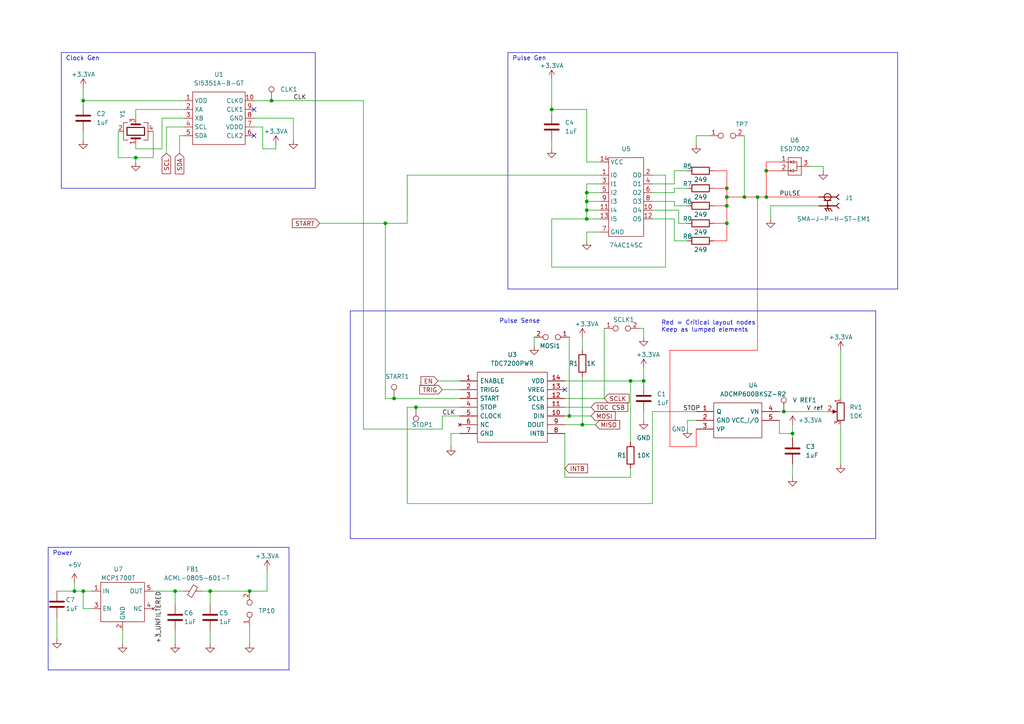
<source format=kicad_sch>
(kicad_sch (version 20230121) (generator eeschema)
  (paper "A4")
  (lib_symbols
    (symbol "Connector:TestPoint" (pin_numbers hide) (pin_names (offset 0.762) hide)
      (property "Reference" "TP" (at 0 6.858 0))
      (property "Value" "TestPoint" (at 0 5.08 0))
      (symbol "TestPoint_0_1"
        (circle (center 0 3.302) (radius 0.762))
      )
      (symbol "TestPoint_1_1"
        (pin passive line (at 0 0 90) (length 2.54) (name "1") (number "1"))
      )
    )
    (symbol "Connector:TestPoint_2Pole" (pin_names (offset 0.762) hide)
      (property "Reference" "TP" (at 0 1.524 0))
      (property "Value" "TestPoint_2Pole" (at 0 -1.778 0))
      (symbol "TestPoint_2Pole_0_1"
        (circle (center -1.778 0) (radius 0.762))
        (circle (center 1.778 0) (radius 0.762))
        (pin passive line (at -5.08 0 0) (length 2.54) (name "1") (number "1"))
        (pin passive line (at 5.08 0 180) (length 2.54) (name "2") (number "2"))
      )
    )
    (symbol "Device:C" (pin_numbers hide) (pin_names (offset 0.254))
      (property "Reference" "C" (at 0.635 2.54 0))
      (property "Value" "C" (at 0.635 -2.54 0))
      (symbol "C_0_1"
        (polyline (pts (xy -2.032 -0.762) (xy 2.032 -0.762)) (stroke (width 0.508)))
        (polyline (pts (xy -2.032 0.762) (xy 2.032 0.762)) (stroke (width 0.508)))
      )
      (symbol "C_1_1"
        (pin passive line (at 0 3.81 270) (length 2.794) (name "~") (number "1"))
        (pin passive line (at 0 -3.81 90) (length 2.794) (name "~") (number "2"))
      )
    )
    (symbol "Device:Crystal_GND24" (pin_names (offset 1.016) hide)
      (property "Reference" "Y" (at 3.175 5.08 0))
      (property "Value" "Crystal_GND24" (at 3.175 3.175 0))
      (symbol "Crystal_GND24_0_1"
        (rectangle (start -1.143 2.54) (end 1.143 -2.54) (stroke (width 0.3048)))
        (polyline (pts (xy -2.54 0) (xy -2.032 0)))
        (polyline (pts (xy -2.032 -1.27) (xy -2.032 1.27)) (stroke (width 0.508)))
        (polyline (pts (xy 0 -3.81) (xy 0 -3.556)))
        (polyline (pts (xy 0 3.556) (xy 0 3.81)))
        (polyline (pts (xy 2.032 -1.27) (xy 2.032 1.27)) (stroke (width 0.508)))
        (polyline (pts (xy 2.032 0) (xy 2.54 0)))
        (polyline (pts (xy -2.54 -2.286) (xy -2.54 -3.556) (xy 2.54 -3.556) (xy 2.54 -2.286)))
        (polyline (pts (xy -2.54 2.286) (xy -2.54 3.556) (xy 2.54 3.556) (xy 2.54 2.286)))
      )
      (symbol "Crystal_GND24_1_1"
        (pin passive line (at -3.81 0 0) (length 1.27) (name "1") (number "1"))
        (pin passive line (at 0 5.08 270) (length 1.27) (name "2") (number "2"))
        (pin passive line (at 3.81 0 180) (length 1.27) (name "3") (number "3"))
        (pin passive line (at 0 -5.08 90) (length 1.27) (name "4") (number "4"))
      )
    )
    (symbol "Device:FerriteBead_Small" (pin_numbers hide) (pin_names (offset 0))
      (property "Reference" "FB" (at 1.905 1.27 0))
      (property "Value" "FerriteBead_Small" (at 1.905 -1.27 0))
      (symbol "FerriteBead_Small_0_1"
        (polyline (pts (xy 0 -1.27) (xy 0 -0.7874)))
        (polyline (pts (xy 0 0.889) (xy 0 1.2954)))
        (polyline (pts (xy -1.8288 0.2794) (xy -1.1176 1.4986) (xy 1.8288 -0.2032) (xy 1.1176 -1.4224) (xy -1.8288 0.2794)))
      )
      (symbol "FerriteBead_Small_1_1"
        (pin passive line (at 0 2.54 270) (length 1.27) (name "~") (number "1"))
        (pin passive line (at 0 -2.54 90) (length 1.27) (name "~") (number "2"))
      )
    )
    (symbol "Device:R" (pin_numbers hide) (pin_names (offset 0))
      (property "Reference" "R" (at 2.032 0 90))
      (property "Value" "R" (at 0 0 90))
      (symbol "R_0_1"
        (rectangle (start -1.016 -2.54) (end 1.016 2.54) (stroke (width 0.254)))
      )
      (symbol "R_1_1"
        (pin passive line (at 0 3.81 270) (length 1.27) (name "~") (number "1"))
        (pin passive line (at 0 -3.81 90) (length 1.27) (name "~") (number "2"))
      )
    )
    (symbol "Device:R_Potentiometer" (pin_names (offset 1.016) hide)
      (property "Reference" "RV" (at -4.445 0 90))
      (property "Value" "R_Potentiometer" (at -2.54 0 90))
      (symbol "R_Potentiometer_0_1"
        (polyline (pts (xy 2.54 0) (xy 1.524 0)))
        (polyline (pts (xy 1.143 0) (xy 2.286 0.508) (xy 2.286 -0.508) (xy 1.143 0)) (fill (type outline)))
        (rectangle (start 1.016 2.54) (end -1.016 -2.54) (stroke (width 0.254)))
      )
      (symbol "R_Potentiometer_1_1"
        (pin passive line (at 0 3.81 270) (length 1.27) (name "1") (number "1"))
        (pin passive line (at 3.81 0 180) (length 1.27) (name "2") (number "2"))
        (pin passive line (at 0 -3.81 90) (length 1.27) (name "3") (number "3"))
      )
    )
    (symbol "MySymbols:74AC14SC"
      (property "Reference" "U" (at 0 11.43 0))
      (property "Value" "74AC14SC" (at 0 -13.97 0))
      (symbol "74AC14SC_0_1"
        (rectangle (start -5.08 10.16) (end 5.08 -12.7))
      )
      (symbol "74AC14SC_1_1"
        (pin input line (at -7.62 5.08 0) (length 2.54) (name "I0") (number "1"))
        (pin output line (at 7.62 -5.08 180) (length 2.54) (name "O4") (number "10"))
        (pin input line (at -7.62 -5.08 0) (length 2.54) (name "I4") (number "11"))
        (pin output line (at 7.62 -7.62 180) (length 2.54) (name "O5") (number "12"))
        (pin input line (at -7.62 -7.62 0) (length 2.54) (name "I5") (number "13"))
        (pin power_in line (at -7.62 8.89 0) (length 2.54) (name "VCC") (number "14"))
        (pin output line (at 7.62 5.08 180) (length 2.54) (name "O0") (number "2"))
        (pin input line (at -7.62 2.54 0) (length 2.54) (name "I1") (number "3"))
        (pin output line (at 7.62 2.54 180) (length 2.54) (name "O1") (number "4"))
        (pin input line (at -7.62 0 0) (length 2.54) (name "I2") (number "5"))
        (pin output line (at 7.62 0 180) (length 2.54) (name "O2") (number "6"))
        (pin power_in line (at -7.62 -11.43 0) (length 2.54) (name "GND") (number "7"))
        (pin output line (at 7.62 -2.54 180) (length 2.54) (name "O3") (number "8"))
        (pin input line (at -7.62 -2.54 0) (length 2.54) (name "I3") (number "9"))
      )
    )
    (symbol "MySymbols:ADCMP600BKSZ-R2" (pin_names (offset 0.762))
      (property "Reference" "IC" (at 22.86 7.62 0))
      (property "Value" "ADCMP600BKSZ-R2" (at 29.21 5.08 0))
      (symbol "ADCMP600BKSZ-R2_0_0"
        (pin passive line (at 0 0 0) (length 5.08) (name "Q") (number "1"))
        (pin passive line (at 0 -2.54 0) (length 5.08) (name "GND") (number "2"))
        (pin passive line (at 0 -5.08 0) (length 5.08) (name "VP") (number "3"))
        (pin passive line (at 24.13 0 180) (length 5.08) (name "VN") (number "4"))
        (pin passive line (at 24.13 -2.54 180) (length 5.08) (name "VCC_I/O") (number "5"))
      )
      (symbol "ADCMP600BKSZ-R2_0_1"
        (polyline (pts (xy 5.08 2.54) (xy 19.05 2.54) (xy 19.05 -7.62) (xy 5.08 -7.62) (xy 5.08 2.54)) (stroke (width 0.1524)))
      )
    )
    (symbol "MySymbols:ESD7002"
      (property "Reference" "U" (at 1.8146 0.9549 0))
      (property "Value" "ESD7002" (at 2.54 -6.35 0))
      (symbol "ESD7002_0_1"
        (polyline (pts (xy 0 -3.81) (xy 0.6155 -3.8101)))
        (polyline (pts (xy 0.0892 -1.2838) (xy 0.7047 -1.2839)))
        (polyline (pts (xy 0.6155 -3.8101) (xy 0.6155 -4.1869)))
        (polyline (pts (xy 0.7047 -1.2839) (xy 0.7047 -1.6607)))
        (polyline (pts (xy 2.54 -3.81) (xy 1.6244 -3.81)))
        (polyline (pts (xy 2.54 -2.54) (xy 2.54 -3.81)))
        (polyline (pts (xy 0.6155 -3.8101) (xy 1.6049 -3.4374) (xy 1.6067 -4.1871) (xy 0.6155 -3.8101) (xy 0.6168 -3.3411)))
        (polyline (pts (xy 0.7047 -1.2839) (xy 1.6941 -0.9112) (xy 1.6959 -1.6609) (xy 0.7047 -1.2839) (xy 0.706 -0.8149)))
        (polyline (pts (xy 3.81 -2.54) (xy 2.54 -2.54) (xy 2.54 -1.27) (xy 1.6998 -1.2699) (xy 1.7221 -1.2672)))
        (rectangle (start 0 0) (end 3.81 -5.08))
      )
      (symbol "ESD7002_1_1"
        (pin passive line (at -2.54 -1.27 0) (length 2.54) (name "") (number "1"))
        (pin passive line (at -2.54 -3.81 0) (length 2.54) (name "") (number "2"))
        (pin passive line (at 6.35 -2.54 180) (length 2.54) (name "") (number "3"))
      )
    )
    (symbol "MySymbols:NCV8163ASN330T1G"
      (property "Reference" "U" (at 6.35 1.27 0))
      (property "Value" "NCV8163ASN330T1G" (at 6.35 -16.51 0))
      (symbol "NCV8163ASN330T1G_0_1"
        (rectangle (start 0 0) (end 12.7 -11.43))
      )
      (symbol "NCV8163ASN330T1G_1_1"
        (pin power_in line (at -2.54 -2.54 0) (length 2.54) (name "IN") (number "1"))
        (pin passive line (at 6.35 -13.97 90) (length 2.54) (name "GND") (number "2"))
        (pin input line (at -2.54 -7.62 0) (length 2.54) (name "EN") (number "3"))
        (pin no_connect line (at 15.24 -7.62 180) (length 2.54) (name "NC") (number "4"))
        (pin power_out line (at 15.24 -2.54 180) (length 2.54) (name "OUT") (number "5"))
      )
    )
    (symbol "MySymbols:SI5351A-B-GT"
      (property "Reference" "U" (at 0 0 0))
      (property "Value" "SI5351A-B-GT" (at 0 -20.32 0))
      (symbol "SI5351A-B-GT_0_1"
        (rectangle (start -7.62 -2.54) (end 7.62 -17.78))
      )
      (symbol "SI5351A-B-GT_1_1"
        (pin power_in line (at -10.16 -5.08 0) (length 2.54) (name "VDD") (number "1"))
        (pin output line (at 10.16 -5.08 180) (length 2.54) (name "CLK0") (number "10"))
        (pin input line (at -10.16 -7.62 0) (length 2.54) (name "XA") (number "2"))
        (pin input line (at -10.16 -10.16 0) (length 2.54) (name "XB") (number "3"))
        (pin input line (at -10.16 -12.7 0) (length 2.54) (name "SCL") (number "4"))
        (pin bidirectional line (at -10.16 -15.24 0) (length 2.54) (name "SDA") (number "5"))
        (pin output line (at 10.16 -15.24 180) (length 2.54) (name "CLK2") (number "6"))
        (pin power_out line (at 10.16 -12.7 180) (length 2.54) (name "VDDO") (number "7"))
        (pin passive line (at 10.16 -10.16 180) (length 2.54) (name "GND") (number "8"))
        (pin output line (at 10.16 -7.62 180) (length 2.54) (name "CLK1") (number "9"))
      )
    )
    (symbol "MySymbols:SMA-J-P-H-ST-EM1" (pin_numbers hide) (pin_names (offset 1.016) hide)
      (property "Reference" "J" (at -3.81 4.064 0))
      (property "Value" "SMA-J-P-H-ST-EM1" (at -4.064 -4.318 0))
      (symbol "SMA-J-P-H-ST-EM1_0_0"
        (polyline (pts (xy -3.302 -0.762) (xy -2.54 0)) (stroke (width 0.254)))
        (polyline (pts (xy -3.302 0.762) (xy -2.54 0)) (stroke (width 0.254)))
        (polyline (pts (xy -3.302 1.778) (xy -2.54 2.54)) (stroke (width 0.254)))
        (polyline (pts (xy -3.302 3.302) (xy -2.54 2.54)) (stroke (width 0.254)))
        (polyline (pts (xy -2.54 0) (xy 0 0)) (stroke (width 0.254)))
        (polyline (pts (xy -2.54 2.54) (xy 2.54 2.54)) (stroke (width 0.254)))
        (polyline (pts (xy -1.016 1.524) (xy 0 1.524)) (stroke (width 0.254)))
        (polyline (pts (xy -0.762 -0.762) (xy -1.27 -1.524)) (stroke (width 0.254)))
        (polyline (pts (xy 0 -0.762) (xy -0.762 -0.762)) (stroke (width 0.254)))
        (polyline (pts (xy 0 -0.762) (xy -0.508 -1.524)) (stroke (width 0.254)))
        (polyline (pts (xy 0 -0.762) (xy 0.762 -0.762)) (stroke (width 0.254)))
        (polyline (pts (xy 0 0) (xy -2.286 0)) (stroke (width 0.254)))
        (polyline (pts (xy 0 0) (xy 0 -0.762)) (stroke (width 0.254)))
        (polyline (pts (xy 0 1.524) (xy 0 0)) (stroke (width 0.254)))
        (polyline (pts (xy 0 1.524) (xy 1.016 1.524)) (stroke (width 0.254)))
        (polyline (pts (xy 0.762 -0.762) (xy 0.254 -1.524)) (stroke (width 0.254)))
        (polyline (pts (xy 2.54 0) (xy 0 0)) (stroke (width 0.254)))
        (circle (center 0 0) (radius 0.254) (stroke (width 0.254)))
        (circle (center 0 2.54) (radius 1.016) (stroke (width 0.254)))
        (pin passive line (at 2.54 2.54 180) (length 5.08) (name "~") (number "1"))
        (pin passive line (at 2.54 0 180) (length 5.08) (name "~") (number "2_1"))
        (pin passive line (at 2.54 0 180) (length 5.08) (name "~") (number "2_2"))
        (pin passive line (at 2.54 0 180) (length 5.08) (name "~") (number "3_1"))
        (pin passive line (at 2.54 0 180) (length 5.08) (name "~") (number "3_2"))
      )
    )
    (symbol "MySymbols:TDC7200PWR" (pin_names (offset 0.762))
      (property "Reference" "U" (at 26.67 7.62 0))
      (property "Value" "TDC7200PWR" (at 26.67 5.08 0))
      (symbol "TDC7200PWR_0_0"
        (pin passive line (at 0 0 0) (length 5.08) (name "ENABLE") (number "1"))
        (pin passive line (at 30.48 -10.16 180) (length 5.08) (name "DIN") (number "10"))
        (pin passive line (at 30.48 -7.62 180) (length 5.08) (name "CSB") (number "11"))
        (pin passive line (at 30.48 -5.08 180) (length 5.08) (name "SCLK") (number "12"))
        (pin passive line (at 30.48 -2.54 180) (length 5.08) (name "VREG") (number "13"))
        (pin passive line (at 30.48 0 180) (length 5.08) (name "VDD") (number "14"))
        (pin passive line (at 0 -2.54 0) (length 5.08) (name "TRIGG") (number "2"))
        (pin passive line (at 0 -5.08 0) (length 5.08) (name "START") (number "3"))
        (pin passive line (at 0 -7.62 0) (length 5.08) (name "STOP") (number "4"))
        (pin passive line (at 0 -10.16 0) (length 5.08) (name "CLOCK") (number "5"))
        (pin no_connect line (at 0 -12.7 0) (length 5.08) (name "NC") (number "6"))
        (pin passive line (at 0 -15.24 0) (length 5.08) (name "GND") (number "7"))
        (pin passive line (at 30.48 -15.24 180) (length 5.08) (name "INTB") (number "8"))
        (pin passive line (at 30.48 -12.7 180) (length 5.08) (name "DOUT") (number "9"))
      )
      (symbol "TDC7200PWR_0_1"
        (polyline (pts (xy 5.08 2.54) (xy 25.4 2.54) (xy 25.4 -17.78) (xy 5.08 -17.78) (xy 5.08 2.54)) (stroke (width 0.1524)))
      )
    )
    (symbol "power:+3.3VA" (power) (pin_names (offset 0))
      (property "Value" "+3.3VA" (at 0 3.556 0))
      (symbol "+3.3VA_0_1"
        (polyline (pts (xy -0.762 1.27) (xy 0 2.54)))
        (polyline (pts (xy 0 0) (xy 0 2.54)))
        (polyline (pts (xy 0 2.54) (xy 0.762 1.27)))
      )
      (symbol "+3.3VA_1_1"
        (pin power_in line (at 0 0 90) (length 0) hide (name "+3.3VA") (number "1"))
      )
    )
    (symbol "power:+5V" (power) (pin_names (offset 0))
      (property "Value" "+5V" (at 0 3.556 0))
      (symbol "+5V_0_1"
        (polyline (pts (xy -0.762 1.27) (xy 0 2.54)))
        (polyline (pts (xy 0 0) (xy 0 2.54)))
        (polyline (pts (xy 0 2.54) (xy 0.762 1.27)))
      )
      (symbol "+5V_1_1"
        (pin power_in line (at 0 0 90) (length 0) hide (name "+5V") (number "1"))
      )
    )
    (symbol "power:GND" (power) (pin_names (offset 0))
      (property "Value" "GND" (at 0 -3.81 0))
      (symbol "GND_0_1"
        (polyline (pts (xy 0 0) (xy 0 -1.27) (xy 1.27 -1.27) (xy 0 -2.54) (xy -1.27 -1.27) (xy 0 -1.27)))
      )
      (symbol "GND_1_1"
        (pin power_in line (at 0 0 270) (length 0) hide (name "GND") (number "1"))
      )
    )
  )
  (junction (at 186.69 110.49))
  (junction (at 210.82 64.77))
  (junction (at 182.88 110.49))
  (junction (at 168.91 123.19))
  (junction (at 215.9 57.15))
  (junction (at 229.87 125.73))
  (junction (at 120.65 118.11))
  (junction (at 170.18 63.5))
  (junction (at 227.33 119.38))
  (junction (at 222.25 49.53))
  (junction (at 24.13 171.45))
  (junction (at 210.82 59.69))
  (junction (at 39.37 45.72))
  (junction (at 114.3 115.57))
  (junction (at 222.25 57.15))
  (junction (at 210.82 57.15))
  (junction (at 170.18 58.42))
  (junction (at 170.18 60.96))
  (junction (at 78.74 29.21))
  (junction (at 210.82 54.61))
  (junction (at 60.96 171.45))
  (junction (at 72.39 171.45))
  (junction (at 50.8 171.45))
  (junction (at 170.18 55.88))
  (junction (at 21.59 171.45))
  (junction (at 219.71 57.15))
  (junction (at 160.02 31.75))
  (junction (at 165.1 120.65))
  (junction (at 111.76 64.77))
  (junction (at 24.13 29.21))
  (no_connect (at 73.66 39.37))
  (no_connect (at 163.83 113.03))
  (no_connect (at 73.66 31.75))
  (wire (pts (xy 222.25 57.15) (xy 237.49 57.15)) (stroke (width 0) (color 255 0 0 1)))
  (wire (pts (xy 80.01 43.18) (xy 80.01 41.91)))
  (wire (pts (xy 39.37 43.18) (xy 46.99 43.18)))
  (wire (pts (xy 195.58 53.34) (xy 195.58 49.53)))
  (wire (pts (xy 199.39 121.92) (xy 199.39 124.46)))
  (wire (pts (xy 227.33 119.38) (xy 240.03 119.38)))
  (wire (pts (xy 170.18 58.42) (xy 173.99 58.42)))
  (wire (pts (xy 196.85 60.96) (xy 196.85 64.77)))
  (wire (pts (xy 24.13 29.21) (xy 53.34 29.21)))
  (wire (pts (xy 168.91 97.79) (xy 168.91 101.6)))
  (wire (pts (xy 154.94 97.79) (xy 154.94 100.33)))
  (wire (pts (xy 182.88 110.49) (xy 182.88 128.27)))
  (wire (pts (xy 44.45 171.45) (xy 50.8 171.45)))
  (wire (pts (xy 243.84 123.19) (xy 243.84 134.62)))
  (wire (pts (xy 170.18 58.42) (xy 170.18 55.88)))
  (wire (pts (xy 160.02 77.47) (xy 160.02 63.5)))
  (wire (pts (xy 118.11 118.11) (xy 120.65 118.11)))
  (wire (pts (xy 223.52 59.69) (xy 237.49 59.69)))
  (wire (pts (xy 60.96 171.45) (xy 72.39 171.45)))
  (wire (pts (xy 173.99 46.99) (xy 170.18 46.99)))
  (wire (pts (xy 39.37 31.75) (xy 39.37 34.29)))
  (wire (pts (xy 165.1 97.79) (xy 165.1 120.65)))
  (wire (pts (xy 210.82 69.85) (xy 210.82 64.77)) (stroke (width 0) (color 255 0 0 1)))
  (wire (pts (xy 39.37 41.91) (xy 39.37 43.18)))
  (wire (pts (xy 163.83 110.49) (xy 182.88 110.49)))
  (polyline (pts (xy 17.78 15.24) (xy 17.78 54.61)))
  (wire (pts (xy 53.34 31.75) (xy 39.37 31.75)))
  (wire (pts (xy 163.83 120.65) (xy 165.1 120.65)))
  (wire (pts (xy 210.82 57.15) (xy 215.9 57.15)) (stroke (width 0) (color 255 0 0 1)))
  (wire (pts (xy 73.66 34.29) (xy 85.09 34.29)))
  (wire (pts (xy 196.85 64.77) (xy 199.39 64.77)))
  (wire (pts (xy 193.04 50.8) (xy 193.04 77.47)))
  (polyline (pts (xy 91.44 54.61) (xy 91.44 15.24)))
  (wire (pts (xy 72.39 171.45) (xy 77.47 171.45)))
  (wire (pts (xy 85.09 34.29) (xy 85.09 40.64)))
  (wire (pts (xy 46.99 34.29) (xy 46.99 43.18)))
  (wire (pts (xy 163.83 123.19) (xy 168.91 123.19)))
  (wire (pts (xy 207.01 54.61) (xy 210.82 54.61)) (stroke (width 0) (color 255 0 0 1)))
  (wire (pts (xy 226.06 46.99) (xy 222.25 46.99)) (stroke (width 0) (color 255 0 0 1)))
  (wire (pts (xy 163.83 115.57) (xy 175.26 115.57)))
  (wire (pts (xy 207.01 59.69) (xy 210.82 59.69)) (stroke (width 0) (color 255 0 0 1)))
  (wire (pts (xy 189.23 55.88) (xy 195.58 55.88)))
  (wire (pts (xy 53.34 36.83) (xy 48.26 36.83)))
  (wire (pts (xy 168.91 123.19) (xy 172.72 123.19)))
  (wire (pts (xy 58.42 171.45) (xy 60.96 171.45)))
  (wire (pts (xy 186.69 95.25) (xy 186.69 97.79)))
  (polyline (pts (xy 101.6 90.17) (xy 101.6 156.21)))
  (wire (pts (xy 189.23 63.5) (xy 195.58 63.5)))
  (wire (pts (xy 189.23 60.96) (xy 196.85 60.96)))
  (wire (pts (xy 163.83 125.73) (xy 163.83 138.43)))
  (wire (pts (xy 229.87 134.62) (xy 229.87 138.43)))
  (wire (pts (xy 229.87 123.19) (xy 229.87 125.73)))
  (wire (pts (xy 226.06 119.38) (xy 227.33 119.38)))
  (wire (pts (xy 160.02 63.5) (xy 170.18 63.5)))
  (wire (pts (xy 44.45 38.1) (xy 44.45 45.72)))
  (polyline (pts (xy 254 156.21) (xy 101.6 156.21)))
  (wire (pts (xy 34.29 38.1) (xy 34.29 45.72)))
  (wire (pts (xy 53.34 34.29) (xy 46.99 34.29)))
  (wire (pts (xy 201.93 39.37) (xy 205.74 39.37)))
  (wire (pts (xy 160.02 31.75) (xy 170.18 31.75)))
  (wire (pts (xy 195.58 69.85) (xy 199.39 69.85)))
  (polyline (pts (xy 83.82 158.75) (xy 83.82 194.31)))
  (wire (pts (xy 50.8 182.88) (xy 50.8 186.69)))
  (wire (pts (xy 160.02 40.64) (xy 160.02 43.18)))
  (wire (pts (xy 199.39 121.92) (xy 201.93 121.92)))
  (wire (pts (xy 226.06 125.73) (xy 229.87 125.73)))
  (wire (pts (xy 222.25 49.53) (xy 222.25 57.15)) (stroke (width 0) (color 255 0 0 1)))
  (polyline (pts (xy 147.32 83.82) (xy 260.35 83.82)))
  (wire (pts (xy 201.93 129.54) (xy 201.93 124.46)) (stroke (width 0) (color 255 0 0 1)))
  (wire (pts (xy 170.18 60.96) (xy 173.99 60.96)))
  (wire (pts (xy 207.01 69.85) (xy 210.82 69.85)) (stroke (width 0) (color 255 0 0 1)))
  (wire (pts (xy 170.18 55.88) (xy 173.99 55.88)))
  (wire (pts (xy 160.02 22.86) (xy 160.02 31.75)))
  (wire (pts (xy 207.01 64.77) (xy 210.82 64.77)) (stroke (width 0) (color 255 0 0 1)))
  (wire (pts (xy 77.47 165.1) (xy 77.47 171.45)))
  (wire (pts (xy 170.18 55.88) (xy 170.18 53.34)))
  (wire (pts (xy 195.58 59.69) (xy 199.39 59.69)))
  (wire (pts (xy 114.3 115.57) (xy 133.35 115.57)))
  (polyline (pts (xy 147.32 15.24) (xy 147.32 83.82)))
  (wire (pts (xy 226.06 49.53) (xy 222.25 49.53)) (stroke (width 0) (color 255 0 0 1)))
  (wire (pts (xy 48.26 36.83) (xy 48.26 44.45)))
  (wire (pts (xy 60.96 182.88) (xy 60.96 186.69)))
  (wire (pts (xy 127 110.49) (xy 133.35 110.49)))
  (polyline (pts (xy 17.78 54.61) (xy 91.44 54.61)))
  (wire (pts (xy 118.11 64.77) (xy 118.11 50.8)))
  (wire (pts (xy 186.69 95.25) (xy 185.42 95.25)))
  (wire (pts (xy 133.35 125.73) (xy 130.81 125.73)))
  (wire (pts (xy 210.82 59.69) (xy 210.82 64.77)) (stroke (width 0) (color 255 0 0 1)))
  (wire (pts (xy 128.27 113.03) (xy 133.35 113.03)))
  (wire (pts (xy 73.66 29.21) (xy 78.74 29.21)))
  (wire (pts (xy 118.11 146.05) (xy 118.11 118.11)))
  (wire (pts (xy 182.88 138.43) (xy 163.83 138.43)))
  (wire (pts (xy 194.31 101.6) (xy 194.31 129.54)) (stroke (width 0) (color 255 0 0 1)))
  (wire (pts (xy 195.58 49.53) (xy 199.39 49.53)))
  (wire (pts (xy 195.58 55.88) (xy 195.58 54.61)))
  (wire (pts (xy 34.29 45.72) (xy 39.37 45.72)))
  (wire (pts (xy 173.99 63.5) (xy 170.18 63.5)))
  (wire (pts (xy 182.88 110.49) (xy 186.69 110.49)))
  (wire (pts (xy 194.31 101.6) (xy 219.71 101.6)) (stroke (width 0) (color 255 0 0 1)))
  (wire (pts (xy 76.2 36.83) (xy 76.2 43.18)))
  (wire (pts (xy 170.18 46.99) (xy 170.18 31.75)))
  (wire (pts (xy 207.01 49.53) (xy 210.82 49.53)) (stroke (width 0) (color 255 0 0 1)))
  (wire (pts (xy 189.23 50.8) (xy 193.04 50.8)))
  (wire (pts (xy 219.71 57.15) (xy 222.25 57.15)) (stroke (width 0) (color 255 0 0 1)))
  (wire (pts (xy 111.76 64.77) (xy 111.76 115.57)))
  (wire (pts (xy 226.06 121.92) (xy 226.06 125.73)))
  (wire (pts (xy 52.07 39.37) (xy 52.07 44.45)))
  (wire (pts (xy 238.76 48.26) (xy 238.76 49.53)))
  (wire (pts (xy 189.23 58.42) (xy 195.58 58.42)))
  (wire (pts (xy 201.93 41.91) (xy 201.93 39.37)))
  (wire (pts (xy 163.83 118.11) (xy 171.45 118.11)))
  (wire (pts (xy 170.18 69.85) (xy 170.18 67.31)))
  (wire (pts (xy 170.18 60.96) (xy 170.18 58.42)))
  (wire (pts (xy 170.18 63.5) (xy 170.18 60.96)))
  (wire (pts (xy 186.69 110.49) (xy 186.69 111.76)))
  (wire (pts (xy 229.87 125.73) (xy 229.87 127)))
  (wire (pts (xy 16.51 179.07) (xy 16.51 185.42)))
  (wire (pts (xy 24.13 38.1) (xy 24.13 40.64)))
  (wire (pts (xy 189.23 119.38) (xy 201.93 119.38)))
  (wire (pts (xy 44.45 45.72) (xy 39.37 45.72)))
  (wire (pts (xy 186.69 106.68) (xy 186.69 110.49)))
  (wire (pts (xy 168.91 109.22) (xy 168.91 123.19)))
  (wire (pts (xy 24.13 29.21) (xy 24.13 30.48)))
  (wire (pts (xy 222.25 46.99) (xy 222.25 49.53)) (stroke (width 0) (color 255 0 0 1)))
  (polyline (pts (xy 260.35 83.82) (xy 260.35 15.24)))
  (polyline (pts (xy 101.6 90.17) (xy 254 90.17)))
  (wire (pts (xy 35.56 182.88) (xy 35.56 186.69)))
  (wire (pts (xy 175.26 95.25) (xy 175.26 115.57)))
  (wire (pts (xy 223.52 59.69) (xy 223.52 63.5)))
  (wire (pts (xy 53.34 39.37) (xy 52.07 39.37)))
  (wire (pts (xy 210.82 57.15) (xy 210.82 59.69)) (stroke (width 0) (color 255 0 0 1)))
  (wire (pts (xy 215.9 57.15) (xy 219.71 57.15)) (stroke (width 0) (color 255 0 0 1)))
  (wire (pts (xy 21.59 168.91) (xy 21.59 171.45)))
  (wire (pts (xy 92.71 64.77) (xy 111.76 64.77)))
  (wire (pts (xy 195.58 63.5) (xy 195.58 69.85)))
  (polyline (pts (xy 83.82 194.31) (xy 13.97 194.31)))
  (wire (pts (xy 26.67 176.53) (xy 24.13 176.53)))
  (wire (pts (xy 160.02 31.75) (xy 160.02 33.02)))
  (wire (pts (xy 39.37 45.72) (xy 39.37 46.99)))
  (wire (pts (xy 189.23 53.34) (xy 195.58 53.34)))
  (wire (pts (xy 111.76 115.57) (xy 114.3 115.57)))
  (wire (pts (xy 130.81 125.73) (xy 130.81 129.54)))
  (wire (pts (xy 21.59 171.45) (xy 24.13 171.45)))
  (wire (pts (xy 105.41 124.46) (xy 128.27 124.46)))
  (wire (pts (xy 111.76 64.77) (xy 118.11 64.77)))
  (wire (pts (xy 24.13 176.53) (xy 24.13 171.45)))
  (wire (pts (xy 219.71 101.6) (xy 219.71 57.15)) (stroke (width 0) (color 255 0 0 1)))
  (wire (pts (xy 215.9 39.37) (xy 215.9 57.15)))
  (wire (pts (xy 189.23 119.38) (xy 189.23 146.05)))
  (polyline (pts (xy 17.78 15.24) (xy 91.44 15.24)))
  (wire (pts (xy 105.41 29.21) (xy 105.41 124.46)))
  (wire (pts (xy 24.13 25.4) (xy 24.13 29.21)))
  (wire (pts (xy 210.82 54.61) (xy 210.82 57.15)) (stroke (width 0) (color 255 0 0 1)))
  (wire (pts (xy 195.58 58.42) (xy 195.58 59.69)))
  (wire (pts (xy 170.18 53.34) (xy 173.99 53.34)))
  (polyline (pts (xy 13.97 158.75) (xy 13.97 194.31)))
  (wire (pts (xy 189.23 146.05) (xy 118.11 146.05)))
  (wire (pts (xy 195.58 54.61) (xy 199.39 54.61)))
  (wire (pts (xy 50.8 171.45) (xy 50.8 175.26)))
  (wire (pts (xy 170.18 67.31) (xy 173.99 67.31)))
  (wire (pts (xy 118.11 50.8) (xy 173.99 50.8)))
  (wire (pts (xy 128.27 124.46) (xy 128.27 120.65)))
  (wire (pts (xy 193.04 77.47) (xy 160.02 77.47)))
  (wire (pts (xy 243.84 101.6) (xy 243.84 115.57)))
  (wire (pts (xy 234.95 48.26) (xy 238.76 48.26)))
  (wire (pts (xy 73.66 36.83) (xy 76.2 36.83)))
  (wire (pts (xy 128.27 120.65) (xy 133.35 120.65)))
  (wire (pts (xy 186.69 119.38) (xy 186.69 121.92)))
  (wire (pts (xy 24.13 171.45) (xy 26.67 171.45)))
  (wire (pts (xy 182.88 135.89) (xy 182.88 138.43)))
  (wire (pts (xy 120.65 118.11) (xy 133.35 118.11)))
  (polyline (pts (xy 254 90.17) (xy 254 156.21)))
  (wire (pts (xy 78.74 29.21) (xy 105.41 29.21)))
  (wire (pts (xy 76.2 43.18) (xy 80.01 43.18)))
  (polyline (pts (xy 147.32 15.24) (xy 260.35 15.24)))
  (wire (pts (xy 210.82 49.53) (xy 210.82 54.61)) (stroke (width 0) (color 255 0 0 1)))
  (wire (pts (xy 165.1 120.65) (xy 171.45 120.65)))
  (wire (pts (xy 16.51 171.45) (xy 21.59 171.45)))
  (wire (pts (xy 72.39 181.61) (xy 72.39 186.69)))
  (polyline (pts (xy 13.97 158.75) (xy 83.82 158.75)))
  (wire (pts (xy 194.31 129.54) (xy 201.93 129.54)) (stroke (width 0) (color 255 0 0 1)))
  (wire (pts (xy 60.96 171.45) (xy 60.96 175.26)))
  (wire (pts (xy 50.8 171.45) (xy 53.34 171.45)))
  (text "Power" (at 15.24 161.29 0) (effects (font (size 1.27 1.27)) (justify left bottom)))
  (text "Pulse Gen" (at 148.59 17.78 0) (effects (font (size 1.27 1.27)) (justify left bottom)))
  (text "Pulse Sense" (at 144.78 93.98 0) (effects (font (size 1.27 1.27)) (justify left bottom)))
  (text "Red = Critical layout nodes\nKeep as lumped elements" (at 191.77 96.52 0) (effects (font (size 1.27 1.27)) (justify left bottom)))
  (text "Clock Gen" (at 19.05 17.78 0) (effects (font (size 1.27 1.27)) (justify left bottom)))
  (label "CLK" (at 128.27 120.65 0))
  (label "+3_UNFILTERED" (at 46.99 171.45 270))
  (label "V ref" (at 238.76 119.38 180))
  (label "PULSE" (at 226.06 57.15 0))
  (label "CLK" (at 85.09 29.21 0))
  (label "STOP" (at 198.12 119.38 0))
  (global_label "SCL" (shape input) (at 48.26 44.45 270) (property "Intersheetrefs" "${INTERSHEET_REFS}" (effects hide)))
  (global_label "START" (shape input) (at 92.71 64.77 180) (property "Intersheetrefs" "${INTERSHEET_REFS}" (effects hide)))
  (global_label "SDA" (shape input) (at 52.07 44.45 270) (property "Intersheetrefs" "${INTERSHEET_REFS}" (effects hide)))
  (global_label "EN" (shape input) (at 127 110.49 180) (property "Intersheetrefs" "${INTERSHEET_REFS}" (effects hide)))
  (global_label "TRIG" (shape input) (at 128.27 113.03 180) (property "Intersheetrefs" "${INTERSHEET_REFS}" (effects hide)))
  (global_label "SCLK" (shape input) (at 175.26 115.57 0) (property "Intersheetrefs" "${INTERSHEET_REFS}" (effects hide)))
  (global_label "INTB" (shape input) (at 163.83 135.8714 0) (property "Intersheetrefs" "${INTERSHEET_REFS}" (effects hide)))
  (global_label "TDC CSB" (shape input) (at 171.45 118.11 0) (property "Intersheetrefs" "${INTERSHEET_REFS}" (effects hide)))
  (global_label "MOSI" (shape input) (at 171.45 120.65 0) (property "Intersheetrefs" "${INTERSHEET_REFS}" (effects hide)))
  (global_label "MISO" (shape input) (at 172.72 123.19 0) (property "Intersheetrefs" "${INTERSHEET_REFS}" (effects hide)))
  (symbol (lib_id "Device:R") (at 203.2 69.85 90) (unit 1)
    (property "Reference" "R8" (at 199.39 68.58 90))
    (property "Value" "249" (at 203.2 72.39 90))
    (property "Footprint" "Resistor_SMD:R_0805_2012Metric" (effects hide))
  )
  (symbol (lib_id "power:GND") (at 160.02 43.18 0) (unit 1)
    (property "Reference" "#PWR017" (effects hide))
    (property "Value" "GND" (effects hide))
  )
  (symbol (lib_id "power:GND") (at 35.56 186.69 0) (unit 1)
    (property "Reference" "#PWR046" (effects hide))
    (property "Value" "GND" (effects hide))
  )
  (symbol (lib_id "power:+3.3VA") (at 77.47 165.1 0) (unit 1)
    (property "Reference" "#PWR014" (effects hide))
    (property "Value" "+3.3VA" (at 77.47 161.29 0))
  )
  (symbol (lib_id "power:GND") (at 50.8 186.69 0) (unit 1)
    (property "Reference" "#PWR045" (effects hide))
    (property "Value" "GND" (effects hide))
  )
  (symbol (lib_id "power:+3.3VA") (at 168.91 97.79 0) (unit 1)
    (property "Reference" "#PWR016" (effects hide))
    (property "Value" "+3.3VA" (at 170.18 93.98 0))
  )
  (symbol (lib_id "Device:R") (at 182.88 132.08 180) (unit 1)
    (property "Reference" "R1" (at 180.34 132.08 0))
    (property "Value" "10K" (at 186.69 132.08 0))
    (property "Footprint" "Resistor_SMD:R_0805_2012Metric_Pad1.20x1.40mm_HandSolder" (effects hide))
  )
  (symbol (lib_id "power:GND") (at 229.87 138.43 0) (unit 1)
    (property "Reference" "#PWR025" (effects hide))
    (property "Value" "GND" (effects hide))
  )
  (symbol (lib_id "MySymbols:NCV8163ASN330T1G") (at 29.21 168.91 0) (unit 1)
    (property "Reference" "U7" (at 34.29 165.1 0))
    (property "Value" "MCP1700T" (at 34.29 167.64 0))
    (property "Footprint" "Package_TO_SOT_SMD:TSOT-23-5" (effects hide))
    (property "Datasheet" "https://www.onsemi.com/pdf/datasheet/ncv8163-d.pdf" (effects hide))
  )
  (symbol (lib_id "power:GND") (at 154.94 100.33 0) (unit 1)
    (property "Reference" "#PWR057" (effects hide))
    (property "Value" "GND" (effects hide))
  )
  (symbol (lib_id "power:GND") (at 60.96 186.69 0) (unit 1)
    (property "Reference" "#PWR013" (effects hide))
    (property "Value" "GND" (effects hide))
  )
  (symbol (lib_id "power:+3.3VA") (at 186.69 106.68 0) (unit 1)
    (property "Reference" "#PWR016" (effects hide))
    (property "Value" "+3.3VA" (at 187.96 102.87 0))
  )
  (symbol (lib_id "power:+3.3VA") (at 24.13 25.4 0) (unit 1)
    (property "Reference" "#PWR033" (effects hide))
    (property "Value" "+3.3VA" (at 24.13 21.59 0))
  )
  (symbol (lib_id "Connector:TestPoint") (at 120.65 118.11 180) (unit 1)
    (property "Reference" "STOP1" (at 119.38 123.19 0) (effects (justify right)))
    (property "Value" "TestPoint" (effects hide))
    (property "Footprint" "Library:HIROSE_U.FL-R-SMT-1(01)" (effects hide))
  )
  (symbol (lib_id "Device:C") (at 24.13 34.29 180) (unit 1)
    (property "Reference" "C2" (at 27.94 33.0199 0) (effects (justify right)))
    (property "Value" "1uF" (at 27.94 35.5599 0) (effects (justify right)))
    (property "Footprint" "Capacitor_SMD:C_0805_2012Metric_Pad1.18x1.45mm_HandSolder" (effects hide))
  )
  (symbol (lib_id "Device:R") (at 203.2 59.69 90) (unit 1)
    (property "Reference" "R6" (at 199.39 58.42 90))
    (property "Value" "249" (at 203.2 62.23 90))
    (property "Footprint" "Resistor_SMD:R_0805_2012Metric" (effects hide))
  )
  (symbol (lib_id "power:+3.3VA") (at 160.02 22.86 0) (unit 1)
    (property "Reference" "#PWR02" (effects hide))
    (property "Value" "+3.3VA" (at 160.02 19.05 0))
  )
  (symbol (lib_id "Device:R") (at 203.2 49.53 90) (unit 1)
    (property "Reference" "R5" (at 199.39 48.26 90))
    (property "Value" "249" (at 203.2 52.07 90))
    (property "Footprint" "Resistor_SMD:R_0805_2012Metric" (effects hide))
  )
  (symbol (lib_id "Connector:TestPoint_2Pole") (at 210.82 39.37 0) (unit 1)
    (property "Reference" "TP7" (at 213.36 36.0679 0) (effects (justify left)))
    (property "Value" "TestPoint" (effects hide))
    (property "Footprint" "Library:HIROSE_U.FL-R-SMT-1(01)" (effects hide))
  )
  (symbol (lib_id "Device:C") (at 16.51 175.26 180) (unit 1)
    (property "Reference" "C7" (at 19.05 173.99 0) (effects (justify right)))
    (property "Value" "1uF" (at 19.05 176.53 0) (effects (justify right)))
    (property "Footprint" "Capacitor_SMD:C_0805_2012Metric_Pad1.18x1.45mm_HandSolder" (effects hide))
  )
  (symbol (lib_id "power:+3.3VA") (at 80.01 41.91 0) (unit 1)
    (property "Reference" "#PWR09" (effects hide))
    (property "Value" "+3.3VA" (at 80.01 38.1 0))
  )
  (symbol (lib_id "MySymbols:SI5351A-B-GT") (at 63.5 24.13 0) (unit 1)
    (property "Reference" "U1" (at 63.5 21.59 0))
    (property "Value" "SI5351A-B-GT" (at 63.5 24.13 0))
    (property "Footprint" "Package_SO:MSOP-10_3x3mm_P0.5mm" (effects hide))
    (property "Datasheet" "https://www.skyworksinc.com/-/media/Skyworks/SL/documents/public/data-sheets/Si5351-B.pdf" (effects hide))
    (property "Description" "67 - Clock Generator IC 200MHz 2 10-TFSOP" (effects hide))
  )
  (symbol (lib_id "Device:C") (at 50.8 179.07 180) (unit 1)
    (property "Reference" "C6" (at 53.34 177.8 0) (effects (justify right)))
    (property "Value" "1uF" (at 53.34 180.34 0) (effects (justify right)))
    (property "Footprint" "Capacitor_SMD:C_0805_2012Metric_Pad1.18x1.45mm_HandSolder" (effects hide))
  )
  (symbol (lib_id "power:GND") (at 39.37 46.99 0) (unit 1)
    (property "Reference" "#PWR06" (effects hide))
    (property "Value" "GND" (effects hide))
  )
  (symbol (lib_id "Connector:TestPoint") (at 114.3 115.57 0) (unit 1)
    (property "Reference" "START1" (at 111.76 109.22 0) (effects (justify left)))
    (property "Value" "TestPoint" (effects hide))
    (property "Footprint" "TestPoint:TestPoint_Loop_D1.80mm_Drill1.0mm_Beaded" (effects hide))
  )
  (symbol (lib_id "MySymbols:SMA-J-P-H-ST-EM1") (at 240.03 59.69 0) (mirror y) (unit 1)
    (property "Reference" "J1" (at 245.11 57.4039 0) (effects (justify right)))
    (property "Value" "SMA-J-P-H-ST-EM1" (at 231.14 63.5 0) (effects (justify right)))
    (property "Footprint" "Library:SAMTEC_SMA-J-P-H-ST-EM1" (effects hide))
    (property "STANDARD" "Manufacturer Recommendations" (effects hide))
    (property "MAXIMUM_PACKAGE_HEIGHT" "3.675mm" (effects hide))
    (property "PARTREV" "G" (effects hide))
    (property "MANUFACTURER" "Samtec" (effects hide))
    (property "Description" "40 - SMA Edge Mount Female" (effects hide))
  )
  (symbol (lib_id "Device:R_Potentiometer") (at 243.84 119.38 0) (mirror y) (unit 1)
    (property "Reference" "RV1" (at 246.38 118.1099 0) (effects (justify right)))
    (property "Value" "10K" (at 246.38 120.6499 0) (effects (justify right)))
    (property "Footprint" "Connector_PinHeader_2.54mm:PinHeader_1x03_P2.54mm_Vertical" (effects hide))
  )
  (symbol (lib_id "Connector:TestPoint_2Pole") (at 160.02 97.79 180) (unit 1)
    (property "Reference" "MOSI1" (at 162.56 100.33 0) (effects (justify left)))
    (property "Value" "TestPoint" (effects hide))
    (property "Footprint" "Library:HIROSE_U.FL-R-SMT-1(01)" (effects hide))
  )
  (symbol (lib_id "power:GND") (at 186.69 97.79 0) (unit 1)
    (property "Reference" "#PWR056" (effects hide))
    (property "Value" "GND" (effects hide))
  )
  (symbol (lib_id "power:GND") (at 85.09 40.64 0) (unit 1)
    (property "Reference" "#PWR010" (effects hide))
    (property "Value" "GND" (effects hide))
  )
  (symbol (lib_id "power:GND") (at 170.18 69.85 0) (unit 1)
    (property "Reference" "#PWR018" (effects hide))
    (property "Value" "GND" (effects hide))
  )
  (symbol (lib_id "Device:C") (at 60.96 179.07 180) (unit 1)
    (property "Reference" "C5" (at 63.5 177.8 0) (effects (justify right)))
    (property "Value" "1uF" (at 63.5 180.34 0) (effects (justify right)))
    (property "Footprint" "Capacitor_SMD:C_0805_2012Metric_Pad1.18x1.45mm_HandSolder" (effects hide))
  )
  (symbol (lib_id "power:+3.3VA") (at 229.87 123.19 0) (unit 1)
    (property "Reference" "#PWR024" (effects hide))
    (property "Value" "+3.3VA" (at 234.95 121.92 0))
  )
  (symbol (lib_id "MySymbols:ESD7002") (at 228.6 45.72 0) (unit 1)
    (property "Reference" "U6" (at 230.505 40.64 0))
    (property "Value" "ESD7002" (at 230.505 43.18 0))
    (property "Footprint" "Package_TO_SOT_SMD:SOT-323_SC-70" (effects hide))
    (property "Datasheet" "https://www.onsemi.com/pdf/datasheet/esd7002-d.pdf" (effects hide))
    (property "Description" "69 - Clamp Ipp Tvs Diode Surface Mount SC-70-3 (SOT323)" (effects hide))
  )
  (symbol (lib_id "power:GND") (at 201.93 41.91 0) (unit 1)
    (property "Reference" "#PWR022" (effects hide))
    (property "Value" "GND" (effects hide))
  )
  (symbol (lib_id "Device:FerriteBead_Small") (at 55.88 171.45 90) (unit 1)
    (property "Reference" "FB1" (at 55.88 165.1 90))
    (property "Value" "ACML-0805-601-T" (at 57.15 167.64 90))
    (property "Footprint" "Resistor_SMD:R_0805_2012Metric_Pad1.20x1.40mm_HandSolder" (effects hide))
  )
  (symbol (lib_id "power:GND") (at 238.76 49.53 0) (unit 1)
    (property "Reference" "#PWR026" (effects hide))
    (property "Value" "GND" (effects hide))
  )
  (symbol (lib_id "power:GND") (at 72.39 186.69 0) (unit 1)
    (property "Reference" "#PWR052" (effects hide))
    (property "Value" "GND" (effects hide))
  )
  (symbol (lib_id "power:GND") (at 243.84 134.62 0) (unit 1)
    (property "Reference" "#PWR028" (effects hide))
    (property "Value" "GND" (effects hide))
  )
  (symbol (lib_id "MySymbols:ADCMP600BKSZ-R2") (at 201.93 119.38 0) (unit 1)
    (property "Reference" "U4" (at 218.44 111.76 0))
    (property "Value" "ADCMP600BKSZ-R2" (at 218.44 114.3 0))
    (property "Footprint" "Library:SOT65P210X110-5N" (effects hide))
    (property "Datasheet" "https://componentsearchengine.com/Datasheets/2/ADCMP600BKSZ-R2.pdf" (effects hide))
    (property "Description" "60 - Comparator General Purpose CMOS, TTL SC-70-5" (effects hide))
    (property "Height" "1.1" (effects hide))
    (property "Manufacturer_Name" "Analog Devices" (effects hide))
    (property "Manufacturer_Part_Number" "ADCMP600BKSZ-R2" (effects hide))
    (property "Mouser Part Number" "584-ADCMP600BKSZ-R2" (effects hide))
    (property "Mouser Price/Stock" "https://www.mouser.co.uk/ProductDetail/Analog-Devices/ADCMP600BKSZ-R2?qs=BpaRKvA4VqHd04qcu%2FTgJA%3D%3D" (effects hide))
    (property "Arrow Part Number" "ADCMP600BKSZ-R2" (effects hide))
    (property "Arrow Price/Stock" "https://www.arrow.com/en/products/adcmp600bksz-r2/analog-devices?region=nac" (effects hide))
  )
  (symbol (lib_id "power:GND") (at 199.39 124.46 0) (unit 1)
    (property "Reference" "#PWR021" (effects hide))
    (property "Value" "GND" (at 196.85 124.46 0))
  )
  (symbol (lib_id "Device:R") (at 203.2 54.61 90) (unit 1)
    (property "Reference" "R7" (at 199.39 53.34 90))
    (property "Value" "249" (at 203.2 57.15 90))
    (property "Footprint" "Resistor_SMD:R_0805_2012Metric" (effects hide))
  )
  (symbol (lib_id "MySymbols:TDC7200PWR") (at 133.35 110.49 0) (unit 1)
    (property "Reference" "U3" (at 148.59 102.87 0))
    (property "Value" "TDC7200PWR" (at 148.59 105.41 0))
    (property "Footprint" "Package_SO:TSSOP-14_4.4x5mm_P0.65mm" (effects hide))
    (property "Datasheet" "http://www.ti.com/lit/gpn/tdc7200" (effects hide))
    (property "Description" "65 - Time-to-Digital Converter" (effects hide))
    (property "Height" "1.2" (effects hide))
    (property "Manufacturer_Name" "Texas Instruments" (effects hide))
    (property "Manufacturer_Part_Number" "TDC7200PWR" (effects hide))
    (property "Mouser Part Number" "595-TDC7200PWR" (effects hide))
    (property "Mouser Price/Stock" "https://www.mouser.co.uk/ProductDetail/Texas-Instruments/TDC7200PWR?qs=Q2snjRlG%2FBJNiMilyUsr3A%3D%3D" (effects hide))
    (property "Arrow Part Number" "TDC7200PWR" (effects hide))
    (property "Arrow Price/Stock" "https://www.arrow.com/en/products/tdc7200pwr/texas-instruments?region=nac" (effects hide))
  )
  (symbol (lib_id "Connector:TestPoint_2Pole") (at 72.39 176.53 90) (unit 1)
    (property "Reference" "TP10" (at 74.93 177.165 90) (effects (justify right)))
    (property "Value" "TestPoint_2Pole" (effects hide))
    (property "Footprint" "Library:TestPoint_2Pads_Pitch2.54mm_Drill1mm" (effects hide))
  )
  (symbol (lib_id "Connector:TestPoint") (at 78.74 29.21 0) (unit 1)
    (property "Reference" "CLK1" (at 81.28 25.9079 0) (effects (justify left)))
    (property "Value" "TestPoint" (effects hide))
    (property "Footprint" "TestPoint:TestPoint_Loop_D1.80mm_Drill1.0mm_Beaded" (effects hide))
  )
  (symbol (lib_id "Connector:TestPoint_2Pole") (at 180.34 95.25 0) (unit 1)
    (property "Reference" "SCLK1" (at 177.8 92.71 0) (effects (justify left)))
    (property "Value" "TestPoint" (effects hide))
    (property "Footprint" "Library:HIROSE_U.FL-R-SMT-1(01)" (effects hide))
  )
  (symbol (lib_id "power:GND") (at 223.52 63.5 0) (unit 1)
    (property "Reference" "#PWR023" (effects hide))
    (property "Value" "GND" (effects hide))
  )
  (symbol (lib_id "Device:C") (at 229.87 130.81 180) (unit 1)
    (property "Reference" "C3" (at 233.68 129.5399 0) (effects (justify right)))
    (property "Value" "1uF" (at 233.68 132.0799 0) (effects (justify right)))
    (property "Footprint" "Capacitor_SMD:C_0805_2012Metric_Pad1.18x1.45mm_HandSolder" (effects hide))
  )
  (symbol (lib_id "MySymbols:74AC14SC") (at 181.61 55.88 0) (unit 1)
    (property "Reference" "U5" (at 181.61 43.18 0))
    (property "Value" "74AC14SC" (at 181.61 71.12 0))
    (property "Footprint" "Package_SO:SOIC-14_3.9x8.7mm_P1.27mm" (effects hide))
    (property "Datasheet" "https://www.digikey.com/en/products/detail/onsemi/74AC14SC/211783" (effects hide))
  )
  (symbol (lib_id "power:GND") (at 186.69 121.92 0) (unit 1)
    (property "Reference" "#PWR020" (effects hide))
    (property "Value" "GND" (at 186.69 127 0))
  )
  (symbol (lib_id "Device:C") (at 160.02 36.83 0) (unit 1)
    (property "Reference" "C4" (at 163.83 35.5599 0) (effects (justify left)))
    (property "Value" "1uF" (at 163.83 38.0999 0) (effects (justify left)))
    (property "Footprint" "Capacitor_SMD:C_0805_2012Metric" (effects hide))
  )
  (symbol (lib_id "power:GND") (at 24.13 40.64 0) (unit 1)
    (property "Reference" "#PWR03" (effects hide))
    (property "Value" "GND" (effects hide))
  )
  (symbol (lib_id "power:GND") (at 130.81 129.54 0) (unit 1)
    (property "Reference" "#PWR015" (effects hide))
    (property "Value" "GND" (effects hide))
  )
  (symbol (lib_id "Device:Crystal_GND24") (at 39.37 38.1 90) (unit 1)
    (property "Reference" "Y1" (at 35.56 33.02 0))
    (property "Value" "Crystal_GND24" (effects hide))
    (property "Footprint" "Crystal:Crystal_SMD_3225-4Pin_3.2x2.5mm_HandSoldering" (effects hide))
  )
  (symbol (lib_id "Device:R") (at 168.91 105.41 180) (unit 1)
    (property "Reference" "R1" (at 166.37 105.41 0))
    (property "Value" "1K" (at 171.45 105.41 0))
    (property "Footprint" "Resistor_SMD:R_0805_2012Metric_Pad1.20x1.40mm_HandSolder" (effects hide))
  )
  (symbol (lib_id "power:GND") (at 16.51 185.42 0) (unit 1)
    (property "Reference" "#PWR027" (effects hide))
    (property "Value" "GND" (effects hide))
  )
  (symbol (lib_id "power:+5V") (at 21.59 168.91 0) (unit 1)
    (property "Reference" "#PWR048" (effects hide))
    (property "Value" "+5V" (at 21.59 163.83 0))
  )
  (symbol (lib_id "Connector:TestPoint") (at 227.33 119.38 0) (unit 1)
    (property "Reference" "V REF1" (at 229.87 116.0779 0) (effects (justify left)))
    (property "Value" "TestPoint" (effects hide))
    (property "Footprint" "TestPoint:TestPoint_Loop_D1.80mm_Drill1.0mm_Beaded" (effects hide))
  )
  (symbol (lib_id "Device:C") (at 186.69 115.57 180) (unit 1)
    (property "Reference" "C1" (at 190.5 114.2999 0) (effects (justify right)))
    (property "Value" "1uF" (at 190.5 116.8399 0) (effects (justify right)))
    (property "Footprint" "Capacitor_SMD:C_0805_2012Metric_Pad1.18x1.45mm_HandSolder" (effects hide))
  )
  (symbol (lib_id "Device:R") (at 203.2 64.77 90) (unit 1)
    (property "Reference" "R9" (at 199.39 63.5 90))
    (property "Value" "249" (at 203.2 67.31 90))
    (property "Footprint" "Resistor_SMD:R_0805_2012Metric" (effects hide))
  )
  (symbol (lib_id "power:+3.3VA") (at 243.84 101.6 0) (unit 1)
    (property "Reference" "#PWR019" (effects hide))
    (property "Value" "+3.3VA" (at 243.84 97.79 0))
  )
)
</source>
